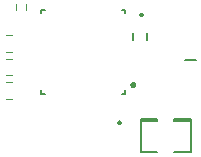
<source format=gbr>
G04 EAGLE Gerber RS-274X export*
G75*
%MOMM*%
%FSLAX34Y34*%
%LPD*%
%INSilkscreen Top*%
%IPPOS*%
%AMOC8*
5,1,8,0,0,1.08239X$1,22.5*%
G01*
%ADD10C,0.152400*%
%ADD11C,0.254000*%
%ADD12C,0.120000*%
%ADD13C,0.200000*%
%ADD14C,0.203200*%
%ADD15C,0.127000*%


D10*
X121034Y53479D02*
X121034Y50431D01*
X121034Y118503D02*
X121034Y121551D01*
X52962Y121551D02*
X49914Y121551D01*
X117986Y121551D02*
X121034Y121551D01*
X49914Y53479D02*
X49914Y50431D01*
X49914Y118503D02*
X49914Y121551D01*
X49914Y50431D02*
X52962Y50431D01*
X117986Y50431D02*
X121034Y50431D01*
D11*
X126114Y58305D02*
X126116Y58375D01*
X126122Y58445D01*
X126131Y58514D01*
X126145Y58583D01*
X126162Y58651D01*
X126183Y58717D01*
X126207Y58783D01*
X126235Y58847D01*
X126267Y58909D01*
X126302Y58970D01*
X126340Y59029D01*
X126382Y59085D01*
X126426Y59139D01*
X126474Y59191D01*
X126524Y59239D01*
X126577Y59285D01*
X126632Y59328D01*
X126689Y59368D01*
X126749Y59405D01*
X126811Y59438D01*
X126874Y59468D01*
X126939Y59494D01*
X127005Y59517D01*
X127072Y59536D01*
X127141Y59551D01*
X127210Y59563D01*
X127279Y59571D01*
X127349Y59575D01*
X127419Y59575D01*
X127489Y59571D01*
X127558Y59563D01*
X127627Y59551D01*
X127696Y59536D01*
X127763Y59517D01*
X127829Y59494D01*
X127894Y59468D01*
X127957Y59438D01*
X128019Y59405D01*
X128079Y59368D01*
X128136Y59328D01*
X128191Y59285D01*
X128244Y59239D01*
X128294Y59191D01*
X128342Y59139D01*
X128386Y59085D01*
X128428Y59029D01*
X128466Y58970D01*
X128501Y58909D01*
X128533Y58847D01*
X128561Y58783D01*
X128585Y58717D01*
X128606Y58651D01*
X128623Y58583D01*
X128637Y58514D01*
X128646Y58445D01*
X128652Y58375D01*
X128654Y58305D01*
X128652Y58235D01*
X128646Y58165D01*
X128637Y58096D01*
X128623Y58027D01*
X128606Y57959D01*
X128585Y57893D01*
X128561Y57827D01*
X128533Y57763D01*
X128501Y57701D01*
X128466Y57640D01*
X128428Y57581D01*
X128386Y57525D01*
X128342Y57471D01*
X128294Y57419D01*
X128244Y57371D01*
X128191Y57325D01*
X128136Y57282D01*
X128079Y57242D01*
X128019Y57205D01*
X127957Y57172D01*
X127894Y57142D01*
X127829Y57116D01*
X127763Y57093D01*
X127696Y57074D01*
X127627Y57059D01*
X127558Y57047D01*
X127489Y57039D01*
X127419Y57035D01*
X127349Y57035D01*
X127279Y57039D01*
X127210Y57047D01*
X127141Y57059D01*
X127072Y57074D01*
X127005Y57093D01*
X126939Y57116D01*
X126874Y57142D01*
X126811Y57172D01*
X126749Y57205D01*
X126689Y57242D01*
X126632Y57282D01*
X126577Y57325D01*
X126524Y57371D01*
X126474Y57419D01*
X126426Y57471D01*
X126382Y57525D01*
X126340Y57581D01*
X126302Y57640D01*
X126267Y57701D01*
X126235Y57763D01*
X126207Y57827D01*
X126183Y57893D01*
X126162Y57959D01*
X126145Y58027D01*
X126131Y58096D01*
X126122Y58165D01*
X126116Y58235D01*
X126114Y58305D01*
D12*
X24812Y46299D02*
X19712Y46299D01*
X19712Y60299D02*
X24812Y60299D01*
X24826Y100106D02*
X19726Y100106D01*
X19726Y86106D02*
X24826Y86106D01*
X28470Y121614D02*
X28470Y126516D01*
X37470Y126516D02*
X37470Y121614D01*
X24991Y66245D02*
X19891Y66245D01*
X19891Y80245D02*
X24991Y80245D01*
D13*
X115337Y26084D02*
X115339Y26146D01*
X115345Y26207D01*
X115354Y26268D01*
X115367Y26328D01*
X115384Y26387D01*
X115405Y26445D01*
X115429Y26502D01*
X115456Y26557D01*
X115487Y26610D01*
X115521Y26662D01*
X115558Y26711D01*
X115598Y26758D01*
X115641Y26802D01*
X115686Y26843D01*
X115734Y26882D01*
X115785Y26918D01*
X115837Y26950D01*
X115891Y26979D01*
X115947Y27005D01*
X116005Y27027D01*
X116063Y27046D01*
X116123Y27061D01*
X116184Y27072D01*
X116245Y27080D01*
X116306Y27084D01*
X116368Y27084D01*
X116429Y27080D01*
X116490Y27072D01*
X116551Y27061D01*
X116611Y27046D01*
X116669Y27027D01*
X116727Y27005D01*
X116783Y26979D01*
X116837Y26950D01*
X116889Y26918D01*
X116940Y26882D01*
X116988Y26843D01*
X117033Y26802D01*
X117076Y26758D01*
X117116Y26711D01*
X117153Y26662D01*
X117187Y26610D01*
X117218Y26557D01*
X117245Y26502D01*
X117269Y26445D01*
X117290Y26387D01*
X117307Y26328D01*
X117320Y26268D01*
X117329Y26207D01*
X117335Y26146D01*
X117337Y26084D01*
X117335Y26022D01*
X117329Y25961D01*
X117320Y25900D01*
X117307Y25840D01*
X117290Y25781D01*
X117269Y25723D01*
X117245Y25666D01*
X117218Y25611D01*
X117187Y25558D01*
X117153Y25506D01*
X117116Y25457D01*
X117076Y25410D01*
X117033Y25366D01*
X116988Y25325D01*
X116940Y25286D01*
X116889Y25250D01*
X116837Y25218D01*
X116783Y25189D01*
X116727Y25163D01*
X116669Y25141D01*
X116611Y25122D01*
X116551Y25107D01*
X116490Y25096D01*
X116429Y25088D01*
X116368Y25084D01*
X116306Y25084D01*
X116245Y25088D01*
X116184Y25096D01*
X116123Y25107D01*
X116063Y25122D01*
X116005Y25141D01*
X115947Y25163D01*
X115891Y25189D01*
X115837Y25218D01*
X115785Y25250D01*
X115734Y25286D01*
X115686Y25325D01*
X115641Y25366D01*
X115598Y25410D01*
X115558Y25457D01*
X115521Y25506D01*
X115487Y25558D01*
X115456Y25611D01*
X115429Y25666D01*
X115405Y25723D01*
X115384Y25781D01*
X115367Y25840D01*
X115354Y25900D01*
X115345Y25961D01*
X115339Y26022D01*
X115337Y26084D01*
D14*
X134334Y27185D02*
X148334Y27185D01*
X134334Y27185D02*
X134334Y1185D01*
X176334Y1185D02*
X176334Y27185D01*
X162334Y27185D01*
X148334Y1185D02*
X134334Y1185D01*
X162334Y1185D02*
X176334Y1185D01*
X148334Y28185D02*
X135334Y28185D01*
X162334Y28185D02*
X175334Y28185D01*
X148334Y29185D02*
X134334Y29185D01*
X162334Y29185D02*
X176334Y29185D01*
X134334Y29185D02*
X134334Y27185D01*
X148334Y27185D02*
X148334Y29185D01*
X162334Y29185D02*
X162334Y27185D01*
X176334Y27185D02*
X176334Y29185D01*
D10*
X127799Y96373D02*
X127799Y102373D01*
X139799Y102373D02*
X139799Y96373D01*
D13*
X133857Y117423D02*
X133859Y117486D01*
X133865Y117548D01*
X133875Y117610D01*
X133888Y117672D01*
X133906Y117732D01*
X133927Y117791D01*
X133952Y117849D01*
X133981Y117905D01*
X134013Y117959D01*
X134048Y118011D01*
X134086Y118060D01*
X134128Y118108D01*
X134172Y118152D01*
X134220Y118194D01*
X134269Y118232D01*
X134321Y118267D01*
X134375Y118299D01*
X134431Y118328D01*
X134489Y118353D01*
X134548Y118374D01*
X134608Y118392D01*
X134670Y118405D01*
X134732Y118415D01*
X134794Y118421D01*
X134857Y118423D01*
X134920Y118421D01*
X134982Y118415D01*
X135044Y118405D01*
X135106Y118392D01*
X135166Y118374D01*
X135225Y118353D01*
X135283Y118328D01*
X135339Y118299D01*
X135393Y118267D01*
X135445Y118232D01*
X135494Y118194D01*
X135542Y118152D01*
X135586Y118108D01*
X135628Y118060D01*
X135666Y118011D01*
X135701Y117959D01*
X135733Y117905D01*
X135762Y117849D01*
X135787Y117791D01*
X135808Y117732D01*
X135826Y117672D01*
X135839Y117610D01*
X135849Y117548D01*
X135855Y117486D01*
X135857Y117423D01*
X135855Y117360D01*
X135849Y117298D01*
X135839Y117236D01*
X135826Y117174D01*
X135808Y117114D01*
X135787Y117055D01*
X135762Y116997D01*
X135733Y116941D01*
X135701Y116887D01*
X135666Y116835D01*
X135628Y116786D01*
X135586Y116738D01*
X135542Y116694D01*
X135494Y116652D01*
X135445Y116614D01*
X135393Y116579D01*
X135339Y116547D01*
X135283Y116518D01*
X135225Y116493D01*
X135166Y116472D01*
X135106Y116454D01*
X135044Y116441D01*
X134982Y116431D01*
X134920Y116425D01*
X134857Y116423D01*
X134794Y116425D01*
X134732Y116431D01*
X134670Y116441D01*
X134608Y116454D01*
X134548Y116472D01*
X134489Y116493D01*
X134431Y116518D01*
X134375Y116547D01*
X134321Y116579D01*
X134269Y116614D01*
X134220Y116652D01*
X134172Y116694D01*
X134128Y116738D01*
X134086Y116786D01*
X134048Y116835D01*
X134013Y116887D01*
X133981Y116941D01*
X133952Y116997D01*
X133927Y117055D01*
X133906Y117114D01*
X133888Y117174D01*
X133875Y117236D01*
X133865Y117298D01*
X133859Y117360D01*
X133857Y117423D01*
D15*
X171543Y79410D02*
X181068Y79410D01*
M02*

</source>
